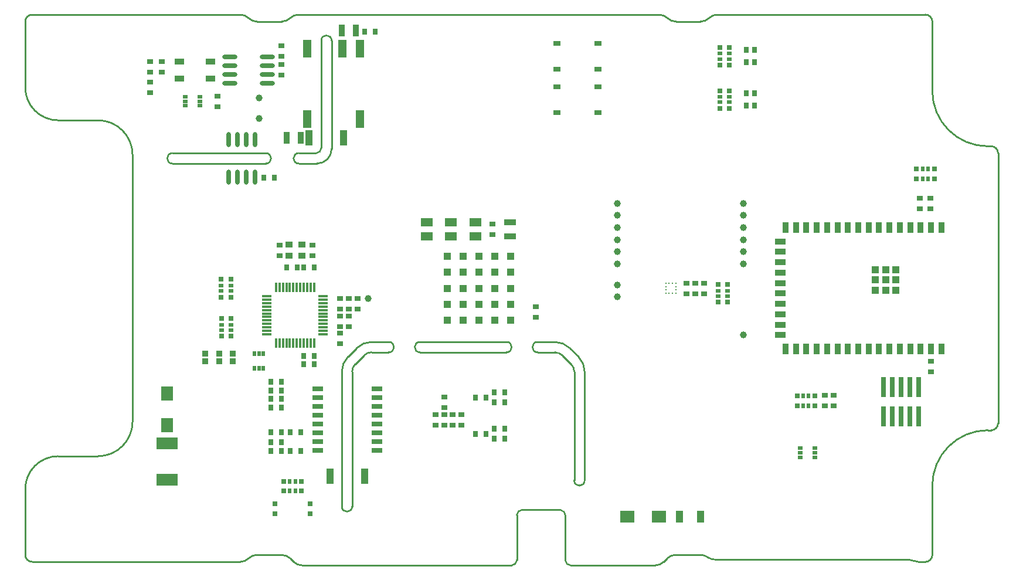
<source format=gtp>
G04*
G04 #@! TF.GenerationSoftware,Altium Limited,Altium Designer,21.2.0 (30)*
G04*
G04 Layer_Color=8421504*
%FSLAX25Y25*%
%MOIN*%
G70*
G04*
G04 #@! TF.SameCoordinates,586DA71B-A414-44C7-A424-215A95C81ED1*
G04*
G04*
G04 #@! TF.FilePolarity,Positive*
G04*
G01*
G75*
%ADD10C,0.01000*%
%ADD23R,0.03150X0.03150*%
%ADD24R,0.07874X0.07087*%
%ADD25R,0.07087X0.07874*%
%ADD26R,0.03150X0.03543*%
%ADD27R,0.04331X0.04331*%
%ADD28R,0.03543X0.05906*%
%ADD29R,0.05906X0.03543*%
%ADD30R,0.06496X0.02992*%
%ADD31R,0.01378X0.05512*%
%ADD32R,0.05512X0.01378*%
%ADD33R,0.03150X0.01968*%
%ADD34R,0.01968X0.03150*%
%ADD35R,0.03150X0.02559*%
%ADD36R,0.02559X0.03150*%
%ADD37R,0.04173X0.04173*%
%ADD38R,0.03937X0.02756*%
%ADD39R,0.02500X0.03500*%
%ADD40R,0.03500X0.02500*%
%ADD41R,0.04134X0.09055*%
%ADD42R,0.06500X0.03500*%
%ADD43R,0.06500X0.04500*%
%ADD44R,0.12402X0.07008*%
%ADD45C,0.03937*%
%ADD46R,0.03937X0.03543*%
%ADD47R,0.04000X0.07000*%
%ADD48R,0.03150X0.11811*%
%ADD49R,0.05315X0.03543*%
%ADD50R,0.03500X0.06500*%
%ADD51R,0.05000X0.10000*%
%ADD52O,0.08661X0.02362*%
%ADD53O,0.02362X0.08661*%
%ADD54R,0.01083X0.01083*%
%ADD55R,0.01083X0.00984*%
%ADD56R,0.00984X0.01083*%
%ADD57R,0.03543X0.03543*%
D10*
X129936Y-152740D02*
G03*
X126153Y-151575I-3782J-5556D01*
G01*
X246897Y-154837D02*
G03*
X249831Y-155512I2934J6047D01*
G01*
X246897Y-154837D02*
G03*
X243963Y-154163I-2934J-6047D01*
G01*
X49213Y-154528D02*
G03*
X52165Y-157480I2953J0D01*
G01*
X49213Y-128937D02*
G03*
X46260Y-125984I-2953J0D01*
G01*
X24606D02*
G03*
X21654Y-128937I0J-2953D01*
G01*
X18701Y-157480D02*
G03*
X21654Y-154528I0J2953D01*
G01*
X-33465Y-30512D02*
G03*
X-33465Y-36417I0J-2953D01*
G01*
X15748D02*
G03*
X15748Y-30512I0J2953D01*
G01*
X54279Y-109252D02*
G03*
X60185Y-109252I2953J0D01*
G01*
X33465Y-30512D02*
G03*
X33465Y-36417I0J-2953D01*
G01*
X47532Y-38168D02*
G03*
X43307Y-36417I-4225J-4225D01*
G01*
X51764Y-34047D02*
G03*
X43228Y-30512I-8535J-8535D01*
G01*
X60200Y-47484D02*
G03*
X56665Y-38948I-12071J0D01*
G01*
X54295Y-47405D02*
G03*
X52544Y-43180I-5976J0D01*
G01*
X-70261D02*
G03*
X-72011Y-47405I4225J-4225D01*
G01*
X-74381Y-38948D02*
G03*
X-77917Y-47484I8535J-8535D01*
G01*
X-60945Y-30512D02*
G03*
X-69480Y-34047I0J-12071D01*
G01*
X-61024Y-36417D02*
G03*
X-65249Y-38168I0J-5976D01*
G01*
X-51181Y-36417D02*
G03*
X-51181Y-30512I0J2953D01*
G01*
X-77901Y-124016D02*
G03*
X-71996Y-124016I2953J0D01*
G01*
X-92520Y76772D02*
G03*
X-89567Y79724I0J2953D01*
G01*
X-102362Y76772D02*
G03*
X-102362Y70866I0J-2953D01*
G01*
X-91992Y70866D02*
G03*
X-83661Y79197I0J8331D01*
G01*
Y140748D02*
G03*
X-89567Y140748I-2953J0D01*
G01*
X-121063Y70866D02*
G03*
X-121063Y76772I0J2953D01*
G01*
X-174213D02*
G03*
X-174213Y70866I0J-2953D01*
G01*
X111867Y-151575D02*
G03*
X107115Y-153543I0J-6721D01*
G01*
X100394Y-157480D02*
G03*
X105146Y-155512I0J6721D01*
G01*
X-257874Y114173D02*
G03*
X-239173Y95472I18701J0D01*
G01*
X-196850Y75787D02*
G03*
X-216535Y95472I-19685J0D01*
G01*
Y-95472D02*
G03*
X-196850Y-75787I0J19685D01*
G01*
X-253937Y155512D02*
G03*
X-257874Y151575I0J-3937D01*
G01*
X-130905Y153543D02*
G03*
X-135658Y155512I-4752J-4752D01*
G01*
X-130905Y153543D02*
G03*
X-126153Y151575I4752J4752D01*
G01*
X-102531Y155512D02*
G03*
X-107283Y153543I0J-6721D01*
G01*
X-112036Y151575D02*
G03*
X-107283Y153543I0J6721D01*
G01*
Y-153543D02*
G03*
X-112036Y-151575I-4752J-4752D01*
G01*
X-105315Y-155512D02*
G03*
X-100563Y-157480I4752J4752D01*
G01*
X-126153Y-151575D02*
G03*
X-130905Y-153543I0J-6721D01*
G01*
X-135658Y-155512D02*
G03*
X-130905Y-153543I0J6721D01*
G01*
X-257874Y-151575D02*
G03*
X-253937Y-155512I3937J0D01*
G01*
X-239173Y-95472D02*
G03*
X-257874Y-114173I0J-18701D01*
G01*
X289370Y-80709D02*
G03*
X257874Y-112205I0J-31496D01*
G01*
X291339Y-80709D02*
G03*
X295276Y-76772I0J3937D01*
G01*
X253937Y-155512D02*
G03*
X257874Y-151575I0J3937D01*
G01*
X130273Y-152969D02*
G03*
X134055Y-154134I3782J5556D01*
G01*
X107283Y153543D02*
G03*
X112036Y151575I4752J4752D01*
G01*
X107283Y153543D02*
G03*
X102531Y155512I-4752J-4752D01*
G01*
X126153Y151575D02*
G03*
X130905Y153543I0J6721D01*
G01*
X135658Y155512D02*
G03*
X130905Y153543I0J-6721D01*
G01*
X257874Y151575D02*
G03*
X253937Y155512I-3937J0D01*
G01*
X295276Y76772D02*
G03*
X291339Y80709I-3937J0D01*
G01*
X257874Y112205D02*
G03*
X289370Y80709I31496J0D01*
G01*
X134055Y-154134D02*
X187008D01*
X129936Y-152740D02*
X130273Y-152969D01*
X249831Y-155512D02*
X253937D01*
X187008Y-154163D02*
X243963D01*
X52165Y-157480D02*
X100394D01*
X49213Y-154528D02*
Y-128937D01*
X24606Y-125984D02*
X46260D01*
X21654Y-154528D02*
Y-128937D01*
X-0Y-157480D02*
X18701D01*
X-33465Y-36417D02*
X15748D01*
X-33465Y-30512D02*
X15748D01*
X33465Y-36417D02*
X43307D01*
X33465Y-30512D02*
X43228D01*
X43228D01*
X60185Y-109252D02*
Y-47484D01*
X54279Y-109252D02*
Y-47405D01*
X47532Y-38168D02*
X52544Y-43180D01*
X51764Y-34047D02*
X56665Y-38948D01*
X-74381D02*
X-69480Y-34047D01*
X-70261Y-43180D02*
X-65249Y-38168D01*
X-71996Y-124016D02*
Y-47405D01*
X-77901Y-124016D02*
Y-47484D01*
X-60945Y-30512D02*
X-60945D01*
X-51181D01*
X-61024Y-36417D02*
X-51181D01*
X-89567Y79724D02*
Y140748D01*
X-102362Y76772D02*
X-92520D01*
X-102362Y70866D02*
X-91992D01*
X-174213Y76772D02*
X-121063D01*
X-83661Y79197D02*
Y140748D01*
X-174213Y70866D02*
X-121063D01*
X105146Y-155512D02*
X107115Y-153543D01*
X-107283Y-153543D02*
X-105315Y-155512D01*
Y-155512D01*
X-100563Y-157480D02*
X-0Y-157480D01*
X-196850Y-0D02*
Y75787D01*
X-239173Y95473D02*
X-216535D01*
X-239173Y-95473D02*
X-216535D01*
X-257874Y114173D02*
Y151575D01*
X-253937Y155512D02*
X-135658D01*
X-119094Y151575D02*
X-112036D01*
X-126153D02*
X-119094D01*
X-102531Y155512D02*
X-0Y155512D01*
X-126153Y-151575D02*
X-119094D01*
X-112036D01*
X-253937Y-155512D02*
X-135658D01*
X-257874Y-151575D02*
Y-114173D01*
X-196850Y-75787D02*
Y-0D01*
X295276Y-76772D02*
Y-0D01*
X289370Y-80709D02*
X291339D01*
X257874Y-151575D02*
Y-112205D01*
X112036Y-151575D02*
X119095D01*
X126153D01*
X-0Y155512D02*
X102531Y155512D01*
X119095Y151575D02*
X126153D01*
X112036D02*
X119095D01*
X135658Y155512D02*
X253937D01*
X257874Y112205D02*
Y151575D01*
X289370Y80709D02*
X291339D01*
X295276Y-0D02*
Y76772D01*
D23*
X-96063Y-122343D02*
D03*
Y-128248D02*
D03*
X-115748D02*
D03*
Y-122343D02*
D03*
D24*
X84449Y-129921D02*
D03*
X102559D02*
D03*
D25*
X-177165Y-77953D02*
D03*
Y-59842D02*
D03*
D26*
X152165Y103740D02*
D03*
X156890Y110827D02*
D03*
Y103740D02*
D03*
X152165Y110827D02*
D03*
X152165Y135433D02*
D03*
X156890Y128347D02*
D03*
Y135433D02*
D03*
X152165Y128347D02*
D03*
D27*
X231299Y4685D02*
D03*
Y10590D02*
D03*
Y-1221D02*
D03*
X225394Y10590D02*
D03*
Y4685D02*
D03*
Y-1221D02*
D03*
X237205Y10590D02*
D03*
Y4685D02*
D03*
Y-1221D02*
D03*
D28*
X262992Y34449D02*
D03*
X257087D02*
D03*
X251181D02*
D03*
X245276D02*
D03*
X239370D02*
D03*
X233465D02*
D03*
X227559D02*
D03*
X221654D02*
D03*
X215748D02*
D03*
X209843D02*
D03*
X203937D02*
D03*
X198032D02*
D03*
X192126D02*
D03*
X186220D02*
D03*
X180315D02*
D03*
X174409D02*
D03*
X262992Y-34449D02*
D03*
X257087D02*
D03*
X251181D02*
D03*
X245276D02*
D03*
X239370D02*
D03*
X233465D02*
D03*
X227559D02*
D03*
X221654D02*
D03*
X215748D02*
D03*
X209843D02*
D03*
X203937D02*
D03*
X198032D02*
D03*
X192126D02*
D03*
X186220D02*
D03*
X180315D02*
D03*
X174409D02*
D03*
D29*
X171457Y26575D02*
D03*
Y20669D02*
D03*
Y14764D02*
D03*
Y8858D02*
D03*
Y2953D02*
D03*
Y-14764D02*
D03*
Y-20669D02*
D03*
Y-26575D02*
D03*
Y-2953D02*
D03*
Y-8858D02*
D03*
D30*
X-91555Y-57303D02*
D03*
Y-62303D02*
D03*
Y-67303D02*
D03*
Y-72303D02*
D03*
Y-77303D02*
D03*
Y-82303D02*
D03*
Y-87303D02*
D03*
Y-92303D02*
D03*
X-58051D02*
D03*
Y-87303D02*
D03*
Y-82303D02*
D03*
Y-77303D02*
D03*
Y-72303D02*
D03*
Y-62303D02*
D03*
Y-57303D02*
D03*
Y-67303D02*
D03*
D31*
X-115295Y-31291D02*
D03*
X-113327D02*
D03*
X-111358D02*
D03*
X-109390D02*
D03*
X-107421D02*
D03*
X-105453D02*
D03*
X-103484D02*
D03*
X-101516D02*
D03*
X-99547D02*
D03*
X-97579D02*
D03*
X-95610D02*
D03*
X-93642D02*
D03*
Y599D02*
D03*
X-95610D02*
D03*
X-97579D02*
D03*
X-99547D02*
D03*
X-101516D02*
D03*
X-103484D02*
D03*
X-105453D02*
D03*
X-107421D02*
D03*
X-109390D02*
D03*
X-111358D02*
D03*
X-113327D02*
D03*
X-115295D02*
D03*
D32*
X-88524Y-26173D02*
D03*
Y-24205D02*
D03*
Y-22236D02*
D03*
Y-20268D02*
D03*
Y-18299D02*
D03*
Y-16331D02*
D03*
Y-14362D02*
D03*
Y-12394D02*
D03*
Y-10425D02*
D03*
Y-8457D02*
D03*
Y-6488D02*
D03*
Y-4520D02*
D03*
X-120413D02*
D03*
Y-6488D02*
D03*
Y-8457D02*
D03*
Y-10425D02*
D03*
Y-12394D02*
D03*
Y-14362D02*
D03*
Y-16331D02*
D03*
Y-18299D02*
D03*
Y-20268D02*
D03*
Y-22236D02*
D03*
Y-24205D02*
D03*
Y-26173D02*
D03*
D33*
X182874Y-93505D02*
D03*
X191142Y-90945D02*
D03*
Y-96063D02*
D03*
Y-93504D02*
D03*
X182874Y-90945D02*
D03*
Y-96063D02*
D03*
X-158465Y108858D02*
D03*
Y103740D02*
D03*
X-166732Y106299D02*
D03*
Y108858D02*
D03*
Y103740D02*
D03*
X-158465Y106300D02*
D03*
X142520Y108858D02*
D03*
Y105709D02*
D03*
X137008Y108858D02*
D03*
Y105709D02*
D03*
X142520Y133465D02*
D03*
Y130315D02*
D03*
X137008Y133465D02*
D03*
Y130315D02*
D03*
X-146457Y-1575D02*
D03*
Y1575D02*
D03*
X-140945Y-1575D02*
D03*
Y1575D02*
D03*
X-140748Y-20669D02*
D03*
Y-23819D02*
D03*
X-146260Y-20669D02*
D03*
Y-23819D02*
D03*
X136024Y-4528D02*
D03*
Y-1378D02*
D03*
X141535Y-4528D02*
D03*
Y-1378D02*
D03*
D34*
X-124999Y-45472D02*
D03*
X-127559Y-37205D02*
D03*
X-122441D02*
D03*
X-125000D02*
D03*
X-127559Y-45472D02*
D03*
X-122441D02*
D03*
X252362Y67716D02*
D03*
X255512D02*
D03*
X252362Y62205D02*
D03*
X255512D02*
D03*
X-107480Y-109744D02*
D03*
X-104331D02*
D03*
X-107480Y-115256D02*
D03*
X-104331D02*
D03*
X184449Y-61221D02*
D03*
X187598D02*
D03*
X184449Y-66732D02*
D03*
X187598D02*
D03*
D35*
X142520Y102264D02*
D03*
Y112303D02*
D03*
X137008Y102264D02*
D03*
Y112303D02*
D03*
X142520Y126870D02*
D03*
Y136909D02*
D03*
X137008Y126870D02*
D03*
Y136909D02*
D03*
X-146457Y5020D02*
D03*
Y-5020D02*
D03*
X-140945Y5020D02*
D03*
Y-5020D02*
D03*
X-140748Y-27264D02*
D03*
Y-17224D02*
D03*
X-146260Y-27264D02*
D03*
Y-17224D02*
D03*
X136024Y2067D02*
D03*
Y-7972D02*
D03*
X141535Y2067D02*
D03*
Y-7972D02*
D03*
D36*
X258957Y67716D02*
D03*
X248917D02*
D03*
X258957Y62205D02*
D03*
X248917D02*
D03*
X-100886Y-109744D02*
D03*
X-110925D02*
D03*
X-100886Y-115256D02*
D03*
X-110925D02*
D03*
X191043Y-61221D02*
D03*
X181004D02*
D03*
X191043Y-66732D02*
D03*
X181004D02*
D03*
D37*
X-18031Y-18032D02*
D03*
Y-9016D02*
D03*
Y-0D02*
D03*
Y9016D02*
D03*
Y18032D02*
D03*
X-9016Y-18032D02*
D03*
Y-9016D02*
D03*
Y-0D02*
D03*
Y9016D02*
D03*
Y18032D02*
D03*
X-0Y-18032D02*
D03*
Y-9016D02*
D03*
Y-0D02*
D03*
Y9016D02*
D03*
Y18032D02*
D03*
X9016Y-18032D02*
D03*
Y-9016D02*
D03*
Y-0D02*
D03*
Y9016D02*
D03*
Y18032D02*
D03*
X18032Y-18032D02*
D03*
Y-9016D02*
D03*
Y-0D02*
D03*
Y9016D02*
D03*
Y18032D02*
D03*
D38*
X67913Y124606D02*
D03*
Y139173D02*
D03*
X44291D02*
D03*
Y124606D02*
D03*
Y100000D02*
D03*
Y114567D02*
D03*
X67913D02*
D03*
Y100000D02*
D03*
D39*
X14811Y-79725D02*
D03*
X8811D02*
D03*
X14811Y-85630D02*
D03*
X8811D02*
D03*
X3984Y-82677D02*
D03*
X-2016D02*
D03*
X14811Y-64961D02*
D03*
X8811D02*
D03*
X3984Y-62008D02*
D03*
X-2016D02*
D03*
X8811Y-59055D02*
D03*
X14811D02*
D03*
X-93457Y11811D02*
D03*
X-99457D02*
D03*
X-109299D02*
D03*
X-103299D02*
D03*
X-93457Y-38386D02*
D03*
X-99457D02*
D03*
Y-43307D02*
D03*
X-93457D02*
D03*
X-59008Y145669D02*
D03*
X-65008D02*
D03*
X-116094Y62992D02*
D03*
X-122094D02*
D03*
X-112157Y-92520D02*
D03*
X-118157D02*
D03*
X-107331D02*
D03*
X-101331D02*
D03*
X-107331Y-81693D02*
D03*
X-101331D02*
D03*
X-112157Y-87599D02*
D03*
X-118157D02*
D03*
Y-81693D02*
D03*
X-112157D02*
D03*
Y-67913D02*
D03*
X-118157D02*
D03*
X-112157Y-62992D02*
D03*
X-118157D02*
D03*
X-112157Y-58071D02*
D03*
X-118157D02*
D03*
X-112157Y-53150D02*
D03*
X-118157D02*
D03*
D40*
X257087Y-47488D02*
D03*
Y-41488D02*
D03*
X7874Y30465D02*
D03*
Y36465D02*
D03*
X250767Y51146D02*
D03*
Y45146D02*
D03*
X256890Y51228D02*
D03*
Y45228D02*
D03*
X-113189Y24654D02*
D03*
Y18654D02*
D03*
X-94488D02*
D03*
Y24654D02*
D03*
X201772Y-60976D02*
D03*
Y-66976D02*
D03*
X196850D02*
D03*
Y-60976D02*
D03*
X-187008Y128984D02*
D03*
Y122984D02*
D03*
X-180118Y128984D02*
D03*
Y122984D02*
D03*
X-187008Y111173D02*
D03*
Y117173D02*
D03*
X-112205Y137843D02*
D03*
Y131843D02*
D03*
Y121016D02*
D03*
Y127016D02*
D03*
X-148622Y109299D02*
D03*
Y103299D02*
D03*
X118110Y-3000D02*
D03*
Y3000D02*
D03*
X123032Y-3000D02*
D03*
Y3000D02*
D03*
X127953Y-3000D02*
D03*
Y3000D02*
D03*
X-68898Y-11858D02*
D03*
Y-5858D02*
D03*
X-73819Y-11858D02*
D03*
Y-5858D02*
D03*
X-78740Y-11858D02*
D03*
Y-5858D02*
D03*
Y-21701D02*
D03*
Y-15701D02*
D03*
X-73819D02*
D03*
Y-21701D02*
D03*
X-78740Y-25543D02*
D03*
Y-31543D02*
D03*
X-19685Y-67961D02*
D03*
Y-61961D02*
D03*
X-24606Y-71803D02*
D03*
Y-77803D02*
D03*
X-19685Y-71803D02*
D03*
Y-77803D02*
D03*
X-14764Y-71803D02*
D03*
Y-77803D02*
D03*
X-9843Y-71803D02*
D03*
Y-77803D02*
D03*
X32480Y-10622D02*
D03*
Y-16622D02*
D03*
D41*
X-96457Y85630D02*
D03*
X-76772D02*
D03*
X-64961Y-106693D02*
D03*
X-84646D02*
D03*
D42*
X17717Y37465D02*
D03*
Y29465D02*
D03*
D43*
X-1969Y37465D02*
D03*
Y29465D02*
D03*
X-15748Y37465D02*
D03*
Y29465D02*
D03*
X-29528Y37465D02*
D03*
Y29465D02*
D03*
D44*
X-177165Y-108721D02*
D03*
Y-88130D02*
D03*
D45*
X-63000Y-5800D02*
D03*
X-125000Y108268D02*
D03*
X-125000Y96457D02*
D03*
X78740Y1969D02*
D03*
X78740Y-4921D02*
D03*
X150591Y-26575D02*
D03*
Y41339D02*
D03*
Y34449D02*
D03*
Y27559D02*
D03*
Y20669D02*
D03*
Y13780D02*
D03*
Y48228D02*
D03*
X78740Y13780D02*
D03*
X78740Y20669D02*
D03*
X78740Y27559D02*
D03*
X78740Y34449D02*
D03*
X78740Y41339D02*
D03*
X78740Y48228D02*
D03*
D46*
X-100689Y24754D02*
D03*
X-107972Y18553D02*
D03*
Y24754D02*
D03*
X-100689Y18553D02*
D03*
D47*
X126079Y-129921D02*
D03*
X114079D02*
D03*
D48*
X230000Y-72835D02*
D03*
Y-56299D02*
D03*
X235000Y-72835D02*
D03*
Y-56299D02*
D03*
X240000Y-72835D02*
D03*
Y-56299D02*
D03*
X245000Y-72835D02*
D03*
Y-56299D02*
D03*
X250000Y-72835D02*
D03*
Y-56299D02*
D03*
D49*
X-152461Y128937D02*
D03*
X-170374D02*
D03*
Y119095D02*
D03*
X-152461D02*
D03*
D50*
X-69819Y146653D02*
D03*
X-77819D02*
D03*
X-101315Y85630D02*
D03*
X-109315D02*
D03*
D51*
X-67677Y136142D02*
D03*
X-77677D02*
D03*
X-97677D02*
D03*
Y96142D02*
D03*
X-67677D02*
D03*
D52*
X-120276Y121516D02*
D03*
Y131516D02*
D03*
X-141535Y116516D02*
D03*
Y121516D02*
D03*
Y126516D02*
D03*
X-120276Y116516D02*
D03*
Y126516D02*
D03*
X-141535Y131516D02*
D03*
D53*
X-132343Y84449D02*
D03*
X-142343D02*
D03*
X-127343Y63189D02*
D03*
X-132343D02*
D03*
X-137343D02*
D03*
X-127343Y84449D02*
D03*
X-137343D02*
D03*
X-142343Y63189D02*
D03*
D54*
X106299Y2953D02*
D03*
Y-2953D02*
D03*
X112205D02*
D03*
Y2953D02*
D03*
D55*
X106299Y984D02*
D03*
Y-984D02*
D03*
X112205D02*
D03*
Y984D02*
D03*
D56*
X108268Y-2953D02*
D03*
X110236D02*
D03*
Y2953D02*
D03*
X108268D02*
D03*
D57*
X-147638Y-37170D02*
D03*
Y-41570D02*
D03*
X-139764Y-37170D02*
D03*
Y-41570D02*
D03*
X-155512Y-37170D02*
D03*
Y-41570D02*
D03*
M02*

</source>
